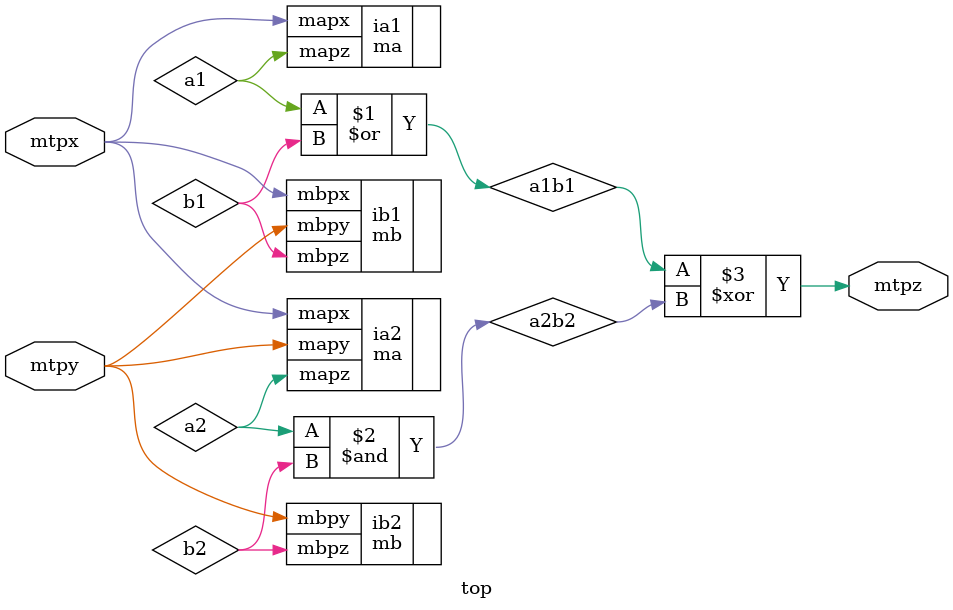
<source format=v>
module top (input mtpx, input mtpy, output mtpz);
    // use os fios a seguir de acordo com a figura
    wire a1, b1, a2, b2, a1b1, a2b2;
    // Implemente a primeira parte do circuito usando os módulos ma e mb
    // Preste atenção nas portas desconectadas 
    ma ia1(.mapz(a1), .mapx(mtpx));
    mb ib1(.mbpz(b1), .mbpx(mtpx), .mbpy(mtpy));
    ma ia2(.mapz(a2), .mapx(mtpx), .mapy(mtpy));
    mb ib2(.mbpz(b2), .mbpy(mtpy));

    // Implemente a segunda parte do circuito usando primitivas da linguagem
    
    or (a1b1, a1, b1);
    and (a2b2, a2, b2);
    xor (mtpz, a1b1, a2b2);
    
endmodule
</source>
